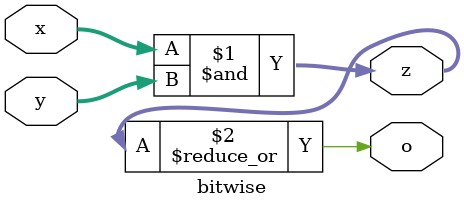
<source format=sv>
`timescale 1ns / 1ns
module bitwise(x,y,z,o);
    input [2:0] x,y;
    output [2:0] z;
    output o;
  
    assign z = x & y;
    assign o = |z;   
  
endmodule
</source>
